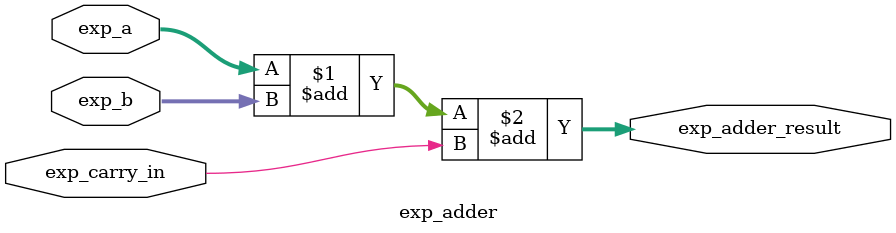
<source format=sv>


module exp_adder #(
  parameter int unsigned EXP_WIDTH = 11
) (
  input  logic [EXP_WIDTH-1:0]              exp_a,
  input  logic [EXP_WIDTH-1:0]              exp_b,
  input  logic                              exp_carry_in,

  output logic [EXP_WIDTH-1:0]              exp_adder_result
);

  assign exp_adder_result = exp_a + exp_b + exp_carry_in;

endmodule

</source>
